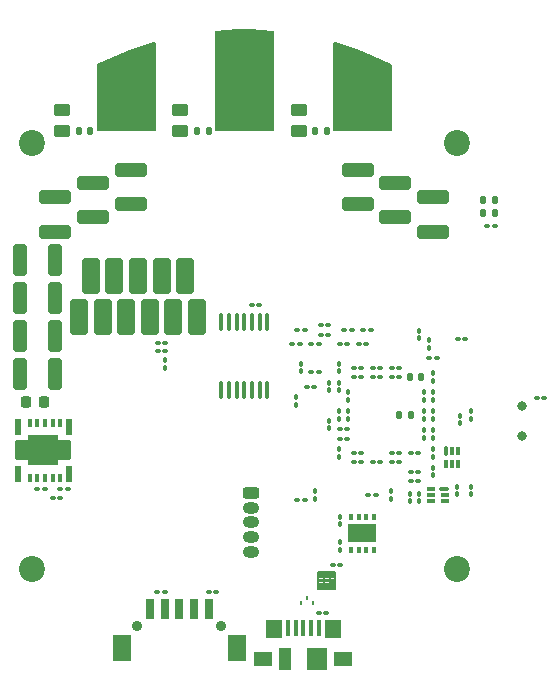
<source format=gbs>
%TF.GenerationSoftware,KiCad,Pcbnew,8.0.2-8.0.2-0~ubuntu22.04.1*%
%TF.CreationDate,2024-05-23T15:32:45+02:00*%
%TF.ProjectId,omodri_sa_laas,6f6d6f64-7269-45f7-9361-5f6c6161732e,1.0*%
%TF.SameCoordinates,Original*%
%TF.FileFunction,Soldermask,Bot*%
%TF.FilePolarity,Negative*%
%FSLAX46Y46*%
G04 Gerber Fmt 4.6, Leading zero omitted, Abs format (unit mm)*
G04 Created by KiCad (PCBNEW 8.0.2-8.0.2-0~ubuntu22.04.1) date 2024-05-23 15:32:45*
%MOMM*%
%LPD*%
G01*
G04 APERTURE LIST*
G04 Aperture macros list*
%AMRoundRect*
0 Rectangle with rounded corners*
0 $1 Rounding radius*
0 $2 $3 $4 $5 $6 $7 $8 $9 X,Y pos of 4 corners*
0 Add a 4 corners polygon primitive as box body*
4,1,4,$2,$3,$4,$5,$6,$7,$8,$9,$2,$3,0*
0 Add four circle primitives for the rounded corners*
1,1,$1+$1,$2,$3*
1,1,$1+$1,$4,$5*
1,1,$1+$1,$6,$7*
1,1,$1+$1,$8,$9*
0 Add four rect primitives between the rounded corners*
20,1,$1+$1,$2,$3,$4,$5,0*
20,1,$1+$1,$4,$5,$6,$7,0*
20,1,$1+$1,$6,$7,$8,$9,0*
20,1,$1+$1,$8,$9,$2,$3,0*%
%AMFreePoly0*
4,1,29,0.792426,2.342426,0.810000,2.300000,0.810000,1.310000,1.250000,1.310000,1.292426,1.292426,1.310000,1.250000,1.310000,-1.250000,1.292426,-1.292426,1.250000,-1.310000,0.810000,-1.310000,0.810000,-2.300000,0.792426,-2.342426,0.750000,-2.360000,-0.750000,-2.360000,-0.792426,-2.342426,-0.810000,-2.300000,-0.810000,-1.310000,-1.250000,-1.310000,-1.292426,-1.292426,-1.310000,-1.250000,
-1.310000,1.250000,-1.292426,1.292426,-1.250000,1.310000,-0.810000,1.310000,-0.810000,2.300000,-0.792426,2.342426,-0.750000,2.360000,0.750000,2.360000,0.792426,2.342426,0.792426,2.342426,$1*%
G04 Aperture macros list end*
%ADD10C,0.152400*%
%ADD11C,2.200000*%
%ADD12RoundRect,0.250000X-0.450000X0.250000X-0.450000X-0.250000X0.450000X-0.250000X0.450000X0.250000X0*%
%ADD13O,1.400000X1.000000*%
%ADD14C,0.800000*%
%ADD15RoundRect,0.250000X-1.100000X0.325000X-1.100000X-0.325000X1.100000X-0.325000X1.100000X0.325000X0*%
%ADD16RoundRect,0.250000X-0.325000X-1.100000X0.325000X-1.100000X0.325000X1.100000X-0.325000X1.100000X0*%
%ADD17RoundRect,0.100000X0.100000X-0.130000X0.100000X0.130000X-0.100000X0.130000X-0.100000X-0.130000X0*%
%ADD18RoundRect,0.100000X0.130000X0.100000X-0.130000X0.100000X-0.130000X-0.100000X0.130000X-0.100000X0*%
%ADD19RoundRect,0.100000X-0.130000X-0.100000X0.130000X-0.100000X0.130000X0.100000X-0.130000X0.100000X0*%
%ADD20RoundRect,0.140000X-0.140000X-0.170000X0.140000X-0.170000X0.140000X0.170000X-0.140000X0.170000X0*%
%ADD21RoundRect,0.100000X-0.100000X0.130000X-0.100000X-0.130000X0.100000X-0.130000X0.100000X0.130000X0*%
%ADD22RoundRect,0.250000X-0.450000X0.262500X-0.450000X-0.262500X0.450000X-0.262500X0.450000X0.262500X0*%
%ADD23RoundRect,0.135000X-0.135000X-0.185000X0.135000X-0.185000X0.135000X0.185000X-0.135000X0.185000X0*%
%ADD24R,0.300000X0.550000*%
%ADD25R,0.300000X0.520000*%
%ADD26RoundRect,0.135000X0.135000X0.185000X-0.135000X0.185000X-0.135000X-0.185000X0.135000X-0.185000X0*%
%ADD27RoundRect,0.070000X-0.355000X0.070000X-0.355000X-0.070000X0.355000X-0.070000X0.355000X0.070000X0*%
%ADD28RoundRect,0.070000X-0.305000X0.070000X-0.305000X-0.070000X0.305000X-0.070000X0.305000X0.070000X0*%
%ADD29RoundRect,0.070000X-0.070000X-0.355000X0.070000X-0.355000X0.070000X0.355000X-0.070000X0.355000X0*%
%ADD30RoundRect,0.070000X-0.070000X-0.305000X0.070000X-0.305000X0.070000X0.305000X-0.070000X0.305000X0*%
%ADD31R,0.450000X1.380000*%
%ADD32R,1.650000X1.300000*%
%ADD33R,1.425000X1.550000*%
%ADD34R,1.800000X1.900000*%
%ADD35R,1.000000X1.900000*%
%ADD36RoundRect,0.062500X-0.062500X-0.137500X0.062500X-0.137500X0.062500X0.137500X-0.062500X0.137500X0*%
%ADD37RoundRect,0.225000X-0.225000X-0.250000X0.225000X-0.250000X0.225000X0.250000X-0.225000X0.250000X0*%
%ADD38R,0.300000X0.600000*%
%ADD39R,2.400000X1.650000*%
%ADD40R,0.500000X1.400000*%
%ADD41R,0.350000X0.700000*%
%ADD42FreePoly0,270.000000*%
%ADD43RoundRect,0.140000X0.140000X0.170000X-0.140000X0.170000X-0.140000X-0.170000X0.140000X-0.170000X0*%
%ADD44RoundRect,0.100000X0.100000X-0.637500X0.100000X0.637500X-0.100000X0.637500X-0.100000X-0.637500X0*%
%ADD45RoundRect,0.150000X-0.600000X1.350000X-0.600000X-1.350000X0.600000X-1.350000X0.600000X1.350000X0*%
%ADD46C,0.900000*%
%ADD47R,0.700000X1.800000*%
%ADD48R,1.600000X2.200000*%
G04 APERTURE END LIST*
D10*
%TO.C,U8*%
X156279999Y-138299999D02*
X156279999Y-138960000D01*
X156279999Y-138960000D02*
X156720001Y-138960000D01*
X156279999Y-139040000D02*
X156279999Y-139700001D01*
X156279999Y-139700001D02*
X156720001Y-139700001D01*
X156720001Y-138299999D02*
X156279999Y-138299999D01*
X156720001Y-138960000D02*
X156720001Y-138299999D01*
X156720001Y-139040000D02*
X156279999Y-139040000D01*
X156720001Y-139700001D02*
X156720001Y-139040000D01*
X156780000Y-138299999D02*
X156780000Y-138960000D01*
X156780000Y-138960000D02*
X157220000Y-138960000D01*
X156780000Y-139040000D02*
X156780000Y-139700001D01*
X156780000Y-139700001D02*
X157220000Y-139700001D01*
X157220000Y-138299999D02*
X156780000Y-138299999D01*
X157220000Y-138960000D02*
X157220000Y-138299999D01*
X157220000Y-139040000D02*
X156780000Y-139040000D01*
X157220000Y-139700001D02*
X157220000Y-139040000D01*
X157279999Y-138299999D02*
X157279999Y-138960000D01*
X157279999Y-138960000D02*
X157720001Y-138960000D01*
X157279999Y-139040000D02*
X157279999Y-139700001D01*
X157279999Y-139700001D02*
X157720001Y-139700001D01*
X157720001Y-138299999D02*
X157279999Y-138299999D01*
X157720001Y-138960000D02*
X157720001Y-138299999D01*
X157720001Y-139040000D02*
X157279999Y-139040000D01*
X157720001Y-139700001D02*
X157720001Y-139040000D01*
%TD*%
D11*
%TO.C,H3*%
X132000000Y-101937607D03*
%TD*%
%TO.C,H4*%
X168000000Y-138062391D03*
%TD*%
%TO.C,H1*%
X132000000Y-138062391D03*
%TD*%
%TO.C,H2*%
X168000000Y-101937607D03*
%TD*%
D12*
%TO.C,J2*%
X150600000Y-131600000D03*
D13*
X150600000Y-132850000D03*
X150600000Y-134100000D03*
X150600000Y-135350000D03*
X150600000Y-136600000D03*
%TD*%
D14*
%TO.C,J9*%
X173500000Y-124230000D03*
X173500000Y-126770000D03*
%TD*%
D15*
%TO.C,C81*%
X137200000Y-105325000D03*
X137200000Y-108275000D03*
%TD*%
%TO.C,C82*%
X140400000Y-104225000D03*
X140400000Y-107175000D03*
%TD*%
D16*
%TO.C,C76*%
X131025000Y-121500000D03*
X133975000Y-121500000D03*
%TD*%
D17*
%TO.C,C63*%
X158100000Y-136400000D03*
X158100000Y-135760000D03*
%TD*%
D18*
%TO.C,C2*%
X161520000Y-121000000D03*
X160880000Y-121000000D03*
%TD*%
D19*
%TO.C,C60*%
X150650000Y-115700000D03*
X151290000Y-115700000D03*
%TD*%
%TO.C,C66*%
X157500000Y-137700000D03*
X158140000Y-137700000D03*
%TD*%
D20*
%TO.C,C53*%
X146020000Y-101000000D03*
X146980000Y-101000000D03*
%TD*%
D21*
%TO.C,R6*%
X168300000Y-125080000D03*
X168300000Y-125720000D03*
%TD*%
D22*
%TO.C,R16*%
X144600000Y-99175000D03*
X144600000Y-101000000D03*
%TD*%
%TO.C,R24*%
X134580000Y-99175000D03*
X134580000Y-101000000D03*
%TD*%
D23*
%TO.C,R40*%
X170190000Y-106800000D03*
X171210000Y-106800000D03*
%TD*%
D24*
%TO.C,U8*%
X157500000Y-139435000D03*
D25*
X157000000Y-139450000D03*
X156500000Y-139450000D03*
X156500000Y-138550000D03*
X157000000Y-138550000D03*
X157500000Y-138550000D03*
%TD*%
D19*
%TO.C,R44*%
X133790000Y-132000000D03*
X134430000Y-132000000D03*
%TD*%
D20*
%TO.C,C45*%
X156020000Y-101000000D03*
X156980000Y-101000000D03*
%TD*%
D18*
%TO.C,R20*%
X157120000Y-117400000D03*
X156480000Y-117400000D03*
%TD*%
D21*
%TO.C,R21*%
X165600000Y-118680000D03*
X165600000Y-119320000D03*
%TD*%
D18*
%TO.C,C1*%
X143320000Y-119600000D03*
X142680000Y-119600000D03*
%TD*%
D26*
%TO.C,R41*%
X171210000Y-107900000D03*
X170190000Y-107900000D03*
%TD*%
D18*
%TO.C,R37*%
X175420000Y-123595000D03*
X174780000Y-123595000D03*
%TD*%
D19*
%TO.C,C27*%
X159280200Y-129000000D03*
X159920200Y-129000000D03*
%TD*%
D18*
%TO.C,R9*%
X161520000Y-121800000D03*
X160880000Y-121800000D03*
%TD*%
D21*
%TO.C,C10*%
X158799200Y-124680000D03*
X158799200Y-125320000D03*
%TD*%
%TO.C,C6*%
X166000000Y-126280000D03*
X166000000Y-126920000D03*
%TD*%
D18*
%TO.C,C11*%
X163119200Y-128200000D03*
X162479200Y-128200000D03*
%TD*%
D21*
%TO.C,R10*%
X165200000Y-126280000D03*
X165200000Y-126920000D03*
%TD*%
%TO.C,C5*%
X158000000Y-124680000D03*
X158000000Y-125320000D03*
%TD*%
D18*
%TO.C,C9*%
X163119200Y-129000000D03*
X162479200Y-129000000D03*
%TD*%
D17*
%TO.C,C4*%
X165200000Y-123720000D03*
X165200000Y-123080000D03*
%TD*%
D21*
%TO.C,C25*%
X166000000Y-127880000D03*
X166000000Y-128520000D03*
%TD*%
D19*
%TO.C,C29*%
X164080000Y-130600000D03*
X164720000Y-130600000D03*
%TD*%
D17*
%TO.C,C28*%
X166000000Y-130120000D03*
X166000000Y-129480000D03*
%TD*%
%TO.C,C68*%
X164800000Y-132300000D03*
X164800000Y-131660000D03*
%TD*%
D21*
%TO.C,C21*%
X169200000Y-124680000D03*
X169200000Y-125320000D03*
%TD*%
D18*
%TO.C,C31*%
X155120000Y-132200000D03*
X154480000Y-132200000D03*
%TD*%
D21*
%TO.C,C30*%
X169200000Y-131080000D03*
X169200000Y-131720000D03*
%TD*%
D18*
%TO.C,C32*%
X159920000Y-121800000D03*
X159280000Y-121800000D03*
%TD*%
D17*
%TO.C,R32*%
X154400000Y-124120000D03*
X154400000Y-123480000D03*
%TD*%
D18*
%TO.C,R42*%
X135070000Y-131300000D03*
X134430000Y-131300000D03*
%TD*%
D21*
%TO.C,R34*%
X162400000Y-131480000D03*
X162400000Y-132120000D03*
%TD*%
D18*
%TO.C,C67*%
X156940000Y-141800000D03*
X156300000Y-141800000D03*
%TD*%
D21*
%TO.C,C22*%
X166000000Y-124680000D03*
X166000000Y-125320000D03*
%TD*%
%TO.C,R33*%
X157200000Y-125480000D03*
X157200000Y-126120000D03*
%TD*%
D19*
%TO.C,R43*%
X132480000Y-131300000D03*
X133120000Y-131300000D03*
%TD*%
%TO.C,C34*%
X159280200Y-128200000D03*
X159920200Y-128200000D03*
%TD*%
D18*
%TO.C,R35*%
X143250000Y-140000000D03*
X142610000Y-140000000D03*
%TD*%
D21*
%TO.C,C33*%
X165200000Y-124680000D03*
X165200000Y-125320000D03*
%TD*%
D19*
%TO.C,R19*%
X155680000Y-119000000D03*
X156320000Y-119000000D03*
%TD*%
D18*
%TO.C,R31*%
X161120000Y-131800000D03*
X160480000Y-131800000D03*
%TD*%
D17*
%TO.C,R7*%
X168000000Y-131720000D03*
X168000000Y-131080000D03*
%TD*%
D19*
%TO.C,C19*%
X155280000Y-122600000D03*
X155920000Y-122600000D03*
%TD*%
D27*
%TO.C,U9*%
X166925000Y-131300000D03*
D28*
X166975000Y-131800000D03*
X166975000Y-132300000D03*
X165825000Y-132300000D03*
X165825000Y-131800000D03*
X165825000Y-131300000D03*
%TD*%
D29*
%TO.C,U10*%
X167100000Y-128075000D03*
D30*
X167600000Y-128025000D03*
X168100000Y-128025000D03*
X168100000Y-129175000D03*
X167600000Y-129175000D03*
X167100000Y-129175000D03*
%TD*%
D19*
%TO.C,R18*%
X159680000Y-119000000D03*
X160320000Y-119000000D03*
%TD*%
D20*
%TO.C,C55*%
X136020000Y-101000000D03*
X136980000Y-101000000D03*
%TD*%
D18*
%TO.C,R25*%
X166320000Y-120200000D03*
X165680000Y-120200000D03*
%TD*%
D17*
%TO.C,R8*%
X156000000Y-132120000D03*
X156000000Y-131480000D03*
%TD*%
%TO.C,C20*%
X158800000Y-123720000D03*
X158800000Y-123080000D03*
%TD*%
D21*
%TO.C,C42*%
X154800000Y-120680000D03*
X154800000Y-121320000D03*
%TD*%
%TO.C,R38*%
X164000000Y-131660000D03*
X164000000Y-132300000D03*
%TD*%
D19*
%TO.C,C24*%
X158080000Y-127000000D03*
X158720000Y-127000000D03*
%TD*%
D18*
%TO.C,D7*%
X171210000Y-109000000D03*
X170570000Y-109000000D03*
%TD*%
D19*
%TO.C,C23*%
X158080000Y-126200000D03*
X158720000Y-126200000D03*
%TD*%
%TO.C,C35*%
X164080000Y-129800000D03*
X164720000Y-129800000D03*
%TD*%
%TO.C,C26*%
X160880000Y-129000000D03*
X161520000Y-129000000D03*
%TD*%
%TO.C,R36*%
X147000000Y-140000000D03*
X147640000Y-140000000D03*
%TD*%
D21*
%TO.C,R22*%
X164800000Y-117880000D03*
X164800000Y-118520000D03*
%TD*%
%TO.C,R30*%
X158100000Y-133600000D03*
X158100000Y-134240000D03*
%TD*%
D31*
%TO.C,J8*%
X156300000Y-143040000D03*
X155650000Y-143040000D03*
X155000000Y-143040000D03*
X154350000Y-143040000D03*
X153700000Y-143040000D03*
D32*
X158375000Y-145700000D03*
D33*
X157487500Y-143125000D03*
D34*
X156150000Y-145700000D03*
D35*
X153450000Y-145700000D03*
D33*
X152512500Y-143125000D03*
D32*
X151625000Y-145700000D03*
%TD*%
D20*
%TO.C,C36*%
X164020000Y-121800000D03*
X164980000Y-121800000D03*
%TD*%
D15*
%TO.C,C85*%
X166000000Y-106525000D03*
X166000000Y-109475000D03*
%TD*%
D19*
%TO.C,C13*%
X168080000Y-118600000D03*
X168720000Y-118600000D03*
%TD*%
D21*
%TO.C,D1*%
X143320000Y-120360000D03*
X143320000Y-121000000D03*
%TD*%
D18*
%TO.C,C16*%
X159920000Y-121000000D03*
X159280000Y-121000000D03*
%TD*%
D22*
%TO.C,R13*%
X154600000Y-99175000D03*
X154600000Y-101000000D03*
%TD*%
D15*
%TO.C,C83*%
X159600000Y-104225000D03*
X159600000Y-107175000D03*
%TD*%
%TO.C,C84*%
X162800000Y-105325000D03*
X162800000Y-108275000D03*
%TD*%
D17*
%TO.C,C38*%
X158000000Y-121320000D03*
X158000000Y-120680000D03*
%TD*%
D15*
%TO.C,C80*%
X134000000Y-106525000D03*
X134000000Y-109475000D03*
%TD*%
D18*
%TO.C,R1*%
X143320000Y-118900000D03*
X142680000Y-118900000D03*
%TD*%
D21*
%TO.C,C7*%
X158000200Y-127880000D03*
X158000200Y-128520000D03*
%TD*%
D18*
%TO.C,C14*%
X160720000Y-117800000D03*
X160080000Y-117800000D03*
%TD*%
D36*
%TO.C,D3*%
X155300000Y-140500000D03*
X155800000Y-140900000D03*
X154800000Y-140900000D03*
%TD*%
D37*
%TO.C,C89*%
X131525000Y-123900000D03*
X133075000Y-123900000D03*
%TD*%
D18*
%TO.C,C41*%
X155120000Y-117800000D03*
X154480000Y-117800000D03*
%TD*%
%TO.C,C86*%
X156320000Y-121400000D03*
X155680000Y-121400000D03*
%TD*%
D21*
%TO.C,C39*%
X157200000Y-122280000D03*
X157200000Y-122920000D03*
%TD*%
D18*
%TO.C,C18*%
X163120000Y-121800000D03*
X162480000Y-121800000D03*
%TD*%
D17*
%TO.C,C3*%
X166000000Y-123720000D03*
X166000000Y-123080000D03*
%TD*%
D18*
%TO.C,C57*%
X154720000Y-119000000D03*
X154080000Y-119000000D03*
%TD*%
D21*
%TO.C,C37*%
X158000000Y-122280000D03*
X158000000Y-122920000D03*
%TD*%
D18*
%TO.C,C56*%
X158720000Y-119000000D03*
X158080000Y-119000000D03*
%TD*%
D38*
%TO.C,U6*%
X159025000Y-133600000D03*
X159675000Y-133600000D03*
X160325000Y-133600000D03*
X160975000Y-133600000D03*
X160975000Y-136400000D03*
X160325000Y-136400000D03*
X159675000Y-136400000D03*
X159025000Y-136400000D03*
D39*
X160000000Y-135000000D03*
%TD*%
D19*
%TO.C,C88*%
X158480000Y-117800000D03*
X159120000Y-117800000D03*
%TD*%
D40*
%TO.C,U11*%
X130855000Y-126000000D03*
D41*
X131830000Y-125650000D03*
X132480000Y-125650000D03*
X133130000Y-125650000D03*
X133780000Y-125650000D03*
X134430000Y-125650000D03*
D40*
X135155000Y-126000000D03*
X135155000Y-130000000D03*
D41*
X134430000Y-130350000D03*
X133780000Y-130350000D03*
X133130000Y-130350000D03*
X132480000Y-130350000D03*
X131830000Y-130350000D03*
D40*
X130855000Y-130000000D03*
D42*
X133000000Y-128000000D03*
%TD*%
D16*
%TO.C,C78*%
X131025000Y-115100000D03*
X133975000Y-115100000D03*
%TD*%
D43*
%TO.C,C12*%
X164080000Y-125000000D03*
X163120000Y-125000000D03*
%TD*%
D44*
%TO.C,U3*%
X151950000Y-122862500D03*
X151300000Y-122862500D03*
X150650000Y-122862500D03*
X150000000Y-122862500D03*
X149350000Y-122862500D03*
X148700000Y-122862500D03*
X148050000Y-122862500D03*
X148050000Y-117137500D03*
X148700000Y-117137500D03*
X149350000Y-117137500D03*
X150000000Y-117137500D03*
X150650000Y-117137500D03*
X151300000Y-117137500D03*
X151950000Y-117137500D03*
%TD*%
D18*
%TO.C,C8*%
X164720000Y-128200000D03*
X164080000Y-128200000D03*
%TD*%
D45*
%TO.C,J4*%
X136000000Y-116750000D03*
X137000000Y-113250000D03*
X138000000Y-116750000D03*
X139000000Y-113250000D03*
X140000000Y-116750000D03*
X141000000Y-113250000D03*
X142000000Y-116750000D03*
X143000000Y-113250000D03*
X144000000Y-116750000D03*
X145000000Y-113250000D03*
X146000000Y-116750000D03*
%TD*%
D16*
%TO.C,C79*%
X131025000Y-111900000D03*
X133975000Y-111900000D03*
%TD*%
D18*
%TO.C,C58*%
X157120000Y-118200000D03*
X156480000Y-118200000D03*
%TD*%
%TO.C,C15*%
X163119800Y-121000000D03*
X162479800Y-121000000D03*
%TD*%
D16*
%TO.C,C77*%
X131025000Y-118300000D03*
X133975000Y-118300000D03*
%TD*%
D17*
%TO.C,C17*%
X166000000Y-122120000D03*
X166000000Y-121480000D03*
%TD*%
D46*
%TO.C,J1*%
X140950000Y-142837500D03*
X148050000Y-142837500D03*
D47*
X142000000Y-141437500D03*
X143250000Y-141437500D03*
X144500000Y-141437500D03*
X145750000Y-141437500D03*
X147000000Y-141437500D03*
D48*
X139650000Y-144737500D03*
X149350000Y-144737500D03*
%TD*%
G36*
X150525939Y-92352538D02*
G01*
X151567684Y-92392008D01*
X151572372Y-92392275D01*
X152385383Y-92453972D01*
X152450741Y-92478672D01*
X152492369Y-92534787D01*
X152500000Y-92577616D01*
X152500000Y-100876000D01*
X152480315Y-100943039D01*
X152427511Y-100988794D01*
X152376000Y-101000000D01*
X147624000Y-101000000D01*
X147556961Y-100980315D01*
X147511206Y-100927511D01*
X147500000Y-100876000D01*
X147500000Y-92577616D01*
X147519685Y-92510577D01*
X147572489Y-92464822D01*
X147614617Y-92453972D01*
X148427627Y-92392275D01*
X148432315Y-92392008D01*
X149474061Y-92352538D01*
X149478756Y-92352449D01*
X150521244Y-92352449D01*
X150525939Y-92352538D01*
G37*
G36*
X142413366Y-93431747D02*
G01*
X142471357Y-93470718D01*
X142499074Y-93534855D01*
X142500000Y-93549983D01*
X142500000Y-100876000D01*
X142480315Y-100943039D01*
X142427511Y-100988794D01*
X142376000Y-101000000D01*
X137624000Y-101000000D01*
X137556961Y-100980315D01*
X137511206Y-100927511D01*
X137500000Y-100876000D01*
X137500000Y-95413673D01*
X137519685Y-95346634D01*
X137569567Y-95302259D01*
X138331723Y-94929896D01*
X138335980Y-94927915D01*
X139289325Y-94506074D01*
X139293655Y-94504256D01*
X140262234Y-94118835D01*
X140266629Y-94117181D01*
X141249179Y-93768683D01*
X141253634Y-93767198D01*
X142248612Y-93456172D01*
X142253119Y-93454856D01*
X142343511Y-93430315D01*
X142413366Y-93431747D01*
G37*
G36*
X157656490Y-93430315D02*
G01*
X157746881Y-93454856D01*
X157751387Y-93456172D01*
X158746365Y-93767198D01*
X158750820Y-93768683D01*
X159733370Y-94117181D01*
X159737765Y-94118835D01*
X160706344Y-94504256D01*
X160710674Y-94506074D01*
X161664019Y-94927915D01*
X161668276Y-94929896D01*
X162430433Y-95302259D01*
X162482027Y-95349374D01*
X162500000Y-95413673D01*
X162500000Y-100876000D01*
X162480315Y-100943039D01*
X162427511Y-100988794D01*
X162376000Y-101000000D01*
X157624000Y-101000000D01*
X157556961Y-100980315D01*
X157511206Y-100927511D01*
X157500000Y-100876000D01*
X157500000Y-93549983D01*
X157519685Y-93482944D01*
X157572489Y-93437189D01*
X157641647Y-93427245D01*
X157656490Y-93430315D01*
G37*
M02*

</source>
